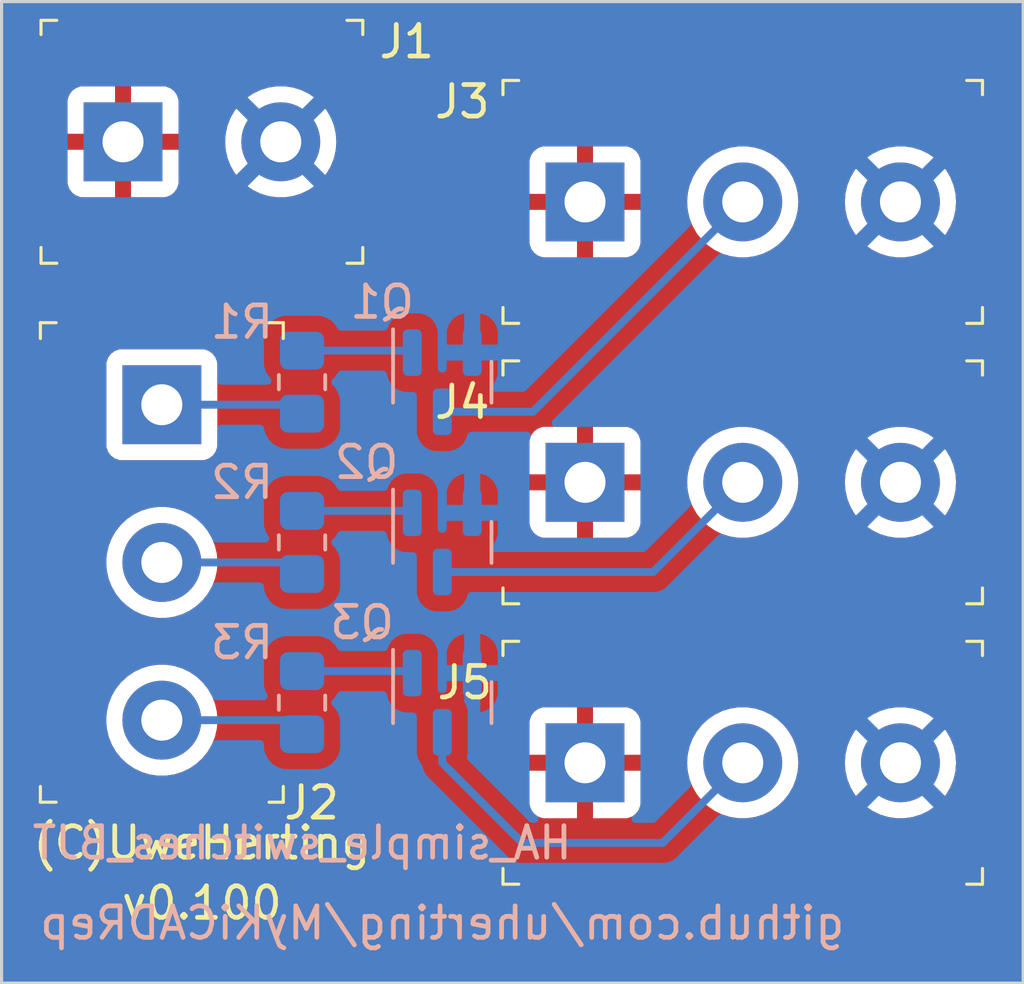
<source format=kicad_pcb>
(kicad_pcb (version 20220914) (generator pcbnew)
  (title_block (title "HA_simple_switches_BJT") (date "2021-08-26") (rev "0.994"))
  (layers (0 "F.Cu" signal) (31 "B.Cu" signal) (34 "B.Paste" user) (35 "F.Paste" user) (36 "B.SilkS" user "B.Silkscreen") (37 "F.SilkS" user "F.Silkscreen") (38 "B.Mask" user) (39 "F.Mask" user) (44 "Edge.Cuts" user))
  (net 0 "")
  (net 1 "GPIO_1")
  (net 2 "GPIO_2")
  (net 3 "VCC")
  (net 4 "GND")
  (net 5 "GPIO_3")
  (net 6 "BJT_01")
  (net 7 "BJT_02")
  (net 8 "BJT_03")
  (net 9 "Net-(Q1-B)")
  (net 10 "Net-(Q2-B)")
  (net 11 "Net-(Q3-B)")
  (footprint "UH_HA:Copyright-Uwe_Herting" (layer "F.Cu") (at 143.51 113.03)
    (fp_text reference "T2" hide)
    (fp_text value "(C)UweHerting" (at 0 -0.635 unlocked) (layer "F.SilkS"))
  )
  (footprint "UH_HA:Term_Block_1x2_P5mm" (layer "F.Cu") (at 141.01 90.17)
    (fp_text reference "J1" (at 8.995489 -3.175 180) (layer "F.SilkS"))
    (fp_text value "TerminalBlock_2pin" hide)
    (fp_line (start -2.6 -3.85) (end -2.6 -3.4) (stroke (width 0.1)) (layer "F.SilkS"))
    (fp_line (start -2.6 -3.85) (end -2.1 -3.85) (stroke (width 0.1)) (layer "F.SilkS"))
    (fp_line (start -2.6 3.85) (end -2.6 3.35) (stroke (width 0.1)) (layer "F.SilkS"))
    (fp_line (start -2.6 3.85) (end -2.1 3.85) (stroke (width 0.1)) (layer "F.SilkS"))
    (fp_line (start 7.6 -3.85) (end 7.1 -3.85) (stroke (width 0.1)) (layer "F.SilkS"))
    (fp_line (start 7.6 -3.85) (end 7.6 -3.4) (stroke (width 0.1)) (layer "F.SilkS"))
    (fp_line (start 7.6 3.85) (end 7.1 3.85) (stroke (width 0.1)) (layer "F.SilkS"))
    (fp_line (start 7.6 3.85) (end 7.6 3.35) (stroke (width 0.1)) (layer "F.SilkS"))
    (pad "1" thru_hole rect (at 0 0) (size 2.5 2.5) (drill 1.3) (layers *.Cu *.Mask) (net 3 "VCC"))
    (pad "2" thru_hole circle (at 5 0) (size 2.5 2.5) (drill 1.3) (layers *.Cu *.Mask) (net 4 "GND"))
  )
  (footprint "UH_HA:PCB_Version" (layer "F.Cu") (at 143.51 114.935)
    (fp_text reference "T4" hide)
    (fp_text value "v0.100" (at 0 -0.635 unlocked) (layer "F.SilkS"))
  )
  (footprint "UH_HA:Term_Block_1x3_P5mm" (layer "F.Cu") (at 155.655 100.965)
    (fp_text reference "J4" (at -3.89 -2.54) (layer "F.SilkS"))
    (fp_text value "TerminalBlock_3pin" hide)
    (fp_line (start -2.6 -3.85) (end -2.6 -3.4) (stroke (width 0.1)) (layer "F.SilkS"))
    (fp_line (start -2.6 -3.85) (end -2.1 -3.85) (stroke (width 0.1)) (layer "F.SilkS"))
    (fp_line (start -2.6 3.85) (end -2.6 3.35) (stroke (width 0.1)) (layer "F.SilkS"))
    (fp_line (start -2.6 3.85) (end -2.1 3.85) (stroke (width 0.1)) (layer "F.SilkS"))
    (fp_line (start 12.6 -3.85) (end 12.1 -3.85) (stroke (width 0.1)) (layer "F.SilkS"))
    (fp_line (start 12.6 -3.85) (end 12.6 -3.4) (stroke (width 0.1)) (layer "F.SilkS"))
    (fp_line (start 12.6 3.85) (end 12.1 3.85) (stroke (width 0.1)) (layer "F.SilkS"))
    (fp_line (start 12.6 3.85) (end 12.6 3.35) (stroke (width 0.1)) (layer "F.SilkS"))
    (pad "1" thru_hole rect (at 0 0) (size 2.5 2.5) (drill 1.3) (layers *.Cu *.Mask) (net 3 "VCC"))
    (pad "2" thru_hole circle (at 5 0) (size 2.5 2.5) (drill 1.3) (layers *.Cu *.Mask) (net 7 "BJT_02"))
    (pad "3" thru_hole circle (at 10 0) (size 2.5 2.5) (drill 1.3) (layers *.Cu *.Mask) (net 4 "GND"))
  )
  (footprint "UH_HA:Term_Block_1x3_P5mm" (layer "F.Cu") (at 155.655 92.075)
    (fp_text reference "J3" (at -3.89 -3.175) (layer "F.SilkS"))
    (fp_text value "TerminalBlock_3pin" hide)
    (fp_line (start -2.6 -3.85) (end -2.6 -3.4) (stroke (width 0.1)) (layer "F.SilkS"))
    (fp_line (start -2.6 -3.85) (end -2.1 -3.85) (stroke (width 0.1)) (layer "F.SilkS"))
    (fp_line (start -2.6 3.85) (end -2.6 3.35) (stroke (width 0.1)) (layer "F.SilkS"))
    (fp_line (start -2.6 3.85) (end -2.1 3.85) (stroke (width 0.1)) (layer "F.SilkS"))
    (fp_line (start 12.6 -3.85) (end 12.1 -3.85) (stroke (width 0.1)) (layer "F.SilkS"))
    (fp_line (start 12.6 -3.85) (end 12.6 -3.4) (stroke (width 0.1)) (layer "F.SilkS"))
    (fp_line (start 12.6 3.85) (end 12.1 3.85) (stroke (width 0.1)) (layer "F.SilkS"))
    (fp_line (start 12.6 3.85) (end 12.6 3.35) (stroke (width 0.1)) (layer "F.SilkS"))
    (pad "1" thru_hole rect (at 0 0) (size 2.5 2.5) (drill 1.3) (layers *.Cu *.Mask) (net 3 "VCC"))
    (pad "2" thru_hole circle (at 5 0) (size 2.5 2.5) (drill 1.3) (layers *.Cu *.Mask) (net 6 "BJT_01"))
    (pad "3" thru_hole circle (at 10 0) (size 2.5 2.5) (drill 1.3) (layers *.Cu *.Mask) (net 4 "GND"))
  )
  (footprint "UH_HA:Term_Block_1x3_P5mm" (layer "F.Cu") (at 142.24 98.505 -90)
    (fp_text reference "J2" (at 12.62 -4.75) (layer "F.SilkS"))
    (fp_text value "TerminalBlock_3pin" hide)
    (fp_line (start -2.6 -3.85) (end -2.6 -3.4) (stroke (width 0.1)) (layer "F.SilkS"))
    (fp_line (start -2.6 -3.85) (end -2.1 -3.85) (stroke (width 0.1)) (layer "F.SilkS"))
    (fp_line (start -2.6 3.85) (end -2.6 3.35) (stroke (width 0.1)) (layer "F.SilkS"))
    (fp_line (start -2.6 3.85) (end -2.1 3.85) (stroke (width 0.1)) (layer "F.SilkS"))
    (fp_line (start 12.6 -3.85) (end 12.1 -3.85) (stroke (width 0.1)) (layer "F.SilkS"))
    (fp_line (start 12.6 -3.85) (end 12.6 -3.4) (stroke (width 0.1)) (layer "F.SilkS"))
    (fp_line (start 12.6 3.85) (end 12.1 3.85) (stroke (width 0.1)) (layer "F.SilkS"))
    (fp_line (start 12.6 3.85) (end 12.6 3.35) (stroke (width 0.1)) (layer "F.SilkS"))
    (pad "1" thru_hole rect (at 0 0 270) (size 2.5 2.5) (drill 1.3) (layers *.Cu *.Mask) (net 1 "GPIO_1"))
    (pad "2" thru_hole circle (at 5 0 270) (size 2.5 2.5) (drill 1.3) (layers *.Cu *.Mask) (net 2 "GPIO_2"))
    (pad "3" thru_hole circle (at 10 0 270) (size 2.5 2.5) (drill 1.3) (layers *.Cu *.Mask) (net 5 "GPIO_3"))
  )
  (footprint "UH_HA:Term_Block_1x3_P5mm" (layer "F.Cu") (at 155.655 109.855)
    (fp_text reference "J5" (at -3.81 -2.54) (layer "F.SilkS"))
    (fp_text value "TerminalBlock_3pin" hide)
    (fp_line (start -2.6 -3.85) (end -2.6 -3.4) (stroke (width 0.1)) (layer "F.SilkS"))
    (fp_line (start -2.6 -3.85) (end -2.1 -3.85) (stroke (width 0.1)) (layer "F.SilkS"))
    (fp_line (start -2.6 3.85) (end -2.6 3.35) (stroke (width 0.1)) (layer "F.SilkS"))
    (fp_line (start -2.6 3.85) (end -2.1 3.85) (stroke (width 0.1)) (layer "F.SilkS"))
    (fp_line (start 12.6 -3.85) (end 12.1 -3.85) (stroke (width 0.1)) (layer "F.SilkS"))
    (fp_line (start 12.6 -3.85) (end 12.6 -3.4) (stroke (width 0.1)) (layer "F.SilkS"))
    (fp_line (start 12.6 3.85) (end 12.1 3.85) (stroke (width 0.1)) (layer "F.SilkS"))
    (fp_line (start 12.6 3.85) (end 12.6 3.35) (stroke (width 0.1)) (layer "F.SilkS"))
    (pad "1" thru_hole rect (at 0 0) (size 2.5 2.5) (drill 1.3) (layers *.Cu *.Mask) (net 3 "VCC"))
    (pad "2" thru_hole circle (at 5 0) (size 2.5 2.5) (drill 1.3) (layers *.Cu *.Mask) (net 8 "BJT_03"))
    (pad "3" thru_hole circle (at 10 0) (size 2.5 2.5) (drill 1.3) (layers *.Cu *.Mask) (net 4 "GND"))
  )
  (footprint "UH_HA:GithubLink_UH" (layer "F.Cu") (at 151.13 114.935)
    (fp_text reference "T3" hide)
    (fp_text value "github.com/uherting/MyKiCADRep" (at 0 0 unlocked) (layer "B.SilkS") (effects (justify mirror)))
  )
  (footprint "UH_HA:SOT-23" (layer "B.Cu") (at 151.13 107.95 -90)
    (fp_text reference "Q3" (at -2.54 2.54 -180) (layer "B.SilkS") (effects (justify mirror)))
    (fp_text value "MMBT3904" hide)
    (fp_line (start 0 -1.56) (end -0.65 -1.56) (stroke (width 0.12)) (layer "B.SilkS"))
    (fp_line (start 0 -1.56) (end 0.65 -1.56) (stroke (width 0.12)) (layer "B.SilkS"))
    (fp_line (start 0 1.56) (end -1.675 1.56) (stroke (width 0.12)) (layer "B.SilkS"))
    (fp_line (start 0 1.56) (end 0.65 1.56) (stroke (width 0.12)) (layer "B.SilkS"))
    (pad "1" smd roundrect (at -0.9375 0.95 270) (size 1.475 0.6) (layers "B.Cu" "B.Paste" "B.Mask") (net 11 "Net-(Q3-B)"))
    (pad "2" smd roundrect (at -0.9375 -0.95 270) (size 1.475 0.6) (layers "B.Cu" "B.Paste" "B.Mask") (net 4 "GND"))
    (pad "3" smd roundrect (at 0.9375 0 270) (size 1.475 0.6) (layers "B.Cu" "B.Paste" "B.Mask") (net 8 "BJT_03"))
  )
  (footprint "UH_HA:SOT-23" (layer "B.Cu") (at 151.13 102.87 -90)
    (fp_text reference "Q2" (at -2.54 2.4 -180) (layer "B.SilkS") (effects (justify mirror)))
    (fp_text value "MMBT3904" hide)
    (fp_line (start 0 -1.56) (end -0.65 -1.56) (stroke (width 0.12)) (layer "B.SilkS"))
    (fp_line (start 0 -1.56) (end 0.65 -1.56) (stroke (width 0.12)) (layer "B.SilkS"))
    (fp_line (start 0 1.56) (end -1.675 1.56) (stroke (width 0.12)) (layer "B.SilkS"))
    (fp_line (start 0 1.56) (end 0.65 1.56) (stroke (width 0.12)) (layer "B.SilkS"))
    (pad "1" smd roundrect (at -0.9375 0.95 270) (size 1.475 0.6) (layers "B.Cu" "B.Paste" "B.Mask") (net 10 "Net-(Q2-B)"))
    (pad "2" smd roundrect (at -0.9375 -0.95 270) (size 1.475 0.6) (layers "B.Cu" "B.Paste" "B.Mask") (net 4 "GND"))
    (pad "3" smd roundrect (at 0.9375 0 270) (size 1.475 0.6) (layers "B.Cu" "B.Paste" "B.Mask") (net 7 "BJT_02"))
  )
  (footprint "Resistor_SMD:R_0805_2012Metric_Pad1.20x1.40mm_HandSolder" (layer "B.Cu") (at 146.685 102.87 90)
    (fp_text reference "R2" (at 1.905 -1.905 180) (layer "B.SilkS") (effects (justify mirror)))
    (fp_text value "12k" hide)
    (fp_line (start -0.227064 -0.735) (end 0.227064 -0.735) (stroke (width 0.12)) (layer "B.SilkS"))
    (fp_line (start -0.227064 0.735) (end 0.227064 0.735) (stroke (width 0.12)) (layer "B.SilkS"))
    (pad "1" smd roundrect (at -1 0 90) (size 1.2 1.4) (layers "B.Cu" "B.Paste" "B.Mask") (roundrect_rratio 0.2083333333) (net 2 "GPIO_2"))
    (pad "2" smd roundrect (at 1 0 90) (size 1.2 1.4) (layers "B.Cu" "B.Paste" "B.Mask") (roundrect_rratio 0.2083333333) (net 10 "Net-(Q2-B)"))
  )
  (footprint "Resistor_SMD:R_0805_2012Metric_Pad1.20x1.40mm_HandSolder" (layer "B.Cu") (at 146.685 107.95 90)
    (fp_text reference "R3" (at 1.905 -1.905 180) (layer "B.SilkS") (effects (justify mirror)))
    (fp_text value "12k" hide)
    (fp_line (start -0.227064 -0.735) (end 0.227064 -0.735) (stroke (width 0.12)) (layer "B.SilkS"))
    (fp_line (start -0.227064 0.735) (end 0.227064 0.735) (stroke (width 0.12)) (layer "B.SilkS"))
    (pad "1" smd roundrect (at -1 0 90) (size 1.2 1.4) (layers "B.Cu" "B.Paste" "B.Mask") (roundrect_rratio 0.2083333333) (net 5 "GPIO_3"))
    (pad "2" smd roundrect (at 1 0 90) (size 1.2 1.4) (layers "B.Cu" "B.Paste" "B.Mask") (roundrect_rratio 0.2083333333) (net 11 "Net-(Q3-B)"))
  )
  (footprint "Resistor_SMD:R_0805_2012Metric_Pad1.20x1.40mm_HandSolder" (layer "B.Cu") (at 146.685 97.79 90)
    (fp_text reference "R1" (at 1.905 -1.905 180) (layer "B.SilkS") (effects (justify mirror)))
    (fp_text value "12k" hide)
    (fp_line (start -0.227064 -0.735) (end 0.227064 -0.735) (stroke (width 0.12)) (layer "B.SilkS"))
    (fp_line (start -0.227064 0.735) (end 0.227064 0.735) (stroke (width 0.12)) (layer "B.SilkS"))
    (pad "1" smd roundrect (at -1 0 90) (size 1.2 1.4) (layers "B.Cu" "B.Paste" "B.Mask") (roundrect_rratio 0.2083333333) (net 1 "GPIO_1"))
    (pad "2" smd roundrect (at 1 0 90) (size 1.2 1.4) (layers "B.Cu" "B.Paste" "B.Mask") (roundrect_rratio 0.2083333333) (net 9 "Net-(Q1-B)"))
  )
  (footprint "UH_HA:SOT-23" (layer "B.Cu") (at 151.13 97.79 -90)
    (fp_text reference "Q1" (at -2.54 1.905 -180) (layer "B.SilkS") (effects (justify mirror)))
    (fp_text value "MMBT3904" hide)
    (fp_line (start 0 -1.56) (end -0.65 -1.56) (stroke (width 0.12)) (layer "B.SilkS"))
    (fp_line (start 0 -1.56) (end 0.65 -1.56) (stroke (width 0.12)) (layer "B.SilkS"))
    (fp_line (start 0 1.56) (end -1.675 1.56) (stroke (width 0.12)) (layer "B.SilkS"))
    (fp_line (start 0 1.56) (end 0.65 1.56) (stroke (width 0.12)) (layer "B.SilkS"))
    (pad "1" smd roundrect (at -0.9375 0.95 270) (size 1.475 0.6) (layers "B.Cu" "B.Paste" "B.Mask") (net 9 "Net-(Q1-B)"))
    (pad "2" smd roundrect (at -0.9375 -0.95 270) (size 1.475 0.6) (layers "B.Cu" "B.Paste" "B.Mask") (net 4 "GND"))
    (pad "3" smd roundrect (at 0.9375 0 270) (size 1.475 0.6) (layers "B.Cu" "B.Paste" "B.Mask") (net 6 "BJT_01"))
  )
  (footprint "UH_HA:PCB_Name" (layer "B.Cu") (at 146.685 113.03 180)
    (fp_text reference "T1" hide)
    (fp_text value "HA_simple_switches_BJT" (at 0 0.635 unlocked) (layer "B.SilkS") (effects (font (size 1 0.95)) (justify mirror)))
  )
  (gr_line (start 169.545 116.84) (end 137.16 116.84) (stroke (width 0.1)) (layer "Edge.Cuts"))
  (gr_line (start 137.16 85.725) (end 169.545 85.725) (stroke (width 0.1)) (layer "Edge.Cuts"))
  (gr_line (start 169.545 85.725) (end 169.545 116.84) (stroke (width 0.1)) (layer "Edge.Cuts"))
  (gr_line (start 137.16 116.84) (end 137.16 85.725) (stroke (width 0.1)) (layer "Edge.Cuts"))
  (segment (start 146.4 98.505) (end 146.685 98.79) (width 0.25) (layer "B.Cu") (net 1))
  (segment (start 142.24 98.505) (end 146.4 98.505) (width 0.25) (layer "B.Cu") (net 1))
  (segment (start 142.24 103.505) (end 146.32 103.505) (width 0.25) (layer "B.Cu") (net 2))
  (segment (start 146.32 103.505) (end 146.685 103.87) (width 0.25) (layer "B.Cu") (net 2))
  (segment (start 146.24 108.505) (end 146.685 108.95) (width 0.25) (layer "B.Cu") (net 5))
  (segment (start 142.24 108.505) (end 146.24 108.505) (width 0.25) (layer "B.Cu") (net 5))
  (segment (start 154.0025 98.7275) (end 160.655 92.075) (width 0.25) (layer "B.Cu") (net 6))
  (segment (start 151.13 98.7275) (end 154.0025 98.7275) (width 0.25) (layer "B.Cu") (net 6))
  (segment (start 151.13 103.8075) (end 157.8125 103.8075) (width 0.25) (layer "B.Cu") (net 7))
  (segment (start 157.8125 103.8075) (end 160.655 100.965) (width 0.25) (layer "B.Cu") (net 7))
  (segment (start 153.67 112.395) (end 158.115 112.395) (width 0.25) (layer "B.Cu") (net 8))
  (segment (start 151.13 109.855) (end 153.67 112.395) (width 0.25) (layer "B.Cu") (net 8))
  (segment (start 151.13 108.8875) (end 151.13 109.855) (width 0.25) (layer "B.Cu") (net 8))
  (segment (start 158.115 112.395) (end 160.655 109.855) (width 0.25) (layer "B.Cu") (net 8))
  (segment (start 150.1175 96.79) (end 150.18 96.8525) (width 0.25) (layer "B.Cu") (net 9))
  (segment (start 146.685 96.79) (end 150.1175 96.79) (width 0.25) (layer "B.Cu") (net 9))
  (segment (start 146.685 101.87) (end 150.1175 101.87) (width 0.25) (layer "B.Cu") (net 10))
  (segment (start 150.1175 101.87) (end 150.18 101.9325) (width 0.25) (layer "B.Cu") (net 10))
  (segment (start 150.1175 106.95) (end 150.18 107.0125) (width 0.25) (layer "B.Cu") (net 11))
  (segment (start 146.685 106.95) (end 150.1175 106.95) (width 0.25) (layer "B.Cu") (net 11))
  (zone (net 3) (net_name "VCC") (layer "F.Cu") (connect_pads (clearance 0.508)) (min_thickness 0.254) (fill yes (thermal_gap 0.508) (thermal_bridge_width 0.508))
    (polygon (pts (xy 169.545 116.84) (xy 137.16 116.84) (xy 137.16 85.725) (xy 169.545 85.725)))
  )
  (zone (net 4) (net_name "GND") (layer "B.Cu") (connect_pads (clearance 0.508)) (min_thickness 0.254) (fill yes (thermal_gap 0.508) (thermal_bridge_width 0.508))
    (polygon (pts (xy 169.545 116.84) (xy 137.16 116.84) (xy 137.16 85.725) (xy 169.545 85.725)))
  )
)
</source>
